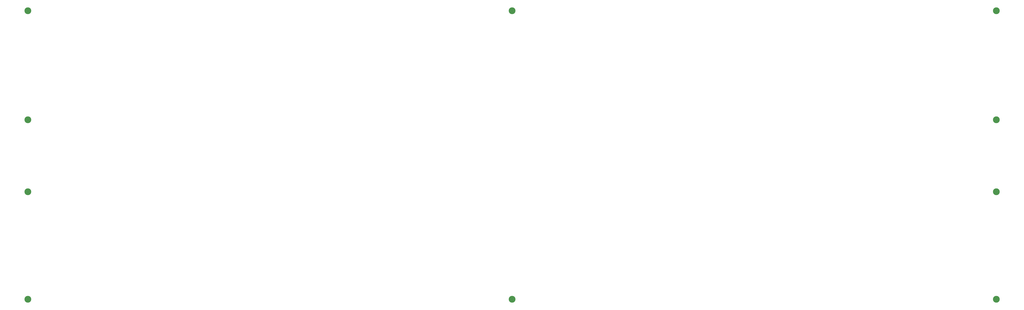
<source format=gbl>
G04 Layer: BottomLayer*
G04 EasyEDA v6.5.34, 2023-10-02 19:34:43*
G04 01cc4f0829a142ab81c1f63eef754985,5a6b42c53f6a479593ecc07194224c93,10*
G04 Gerber Generator version 0.2*
G04 Scale: 100 percent, Rotated: No, Reflected: No *
G04 Dimensions in millimeters *
G04 leading zeros omitted , absolute positions ,4 integer and 5 decimal *
%FSLAX45Y45*%
%MOMM*%

%ADD10C,3.0000*%

%LPD*%
D10*
G01*
X2794000Y279400D03*
G01*
X2794000Y13004774D03*
G01*
X45466000Y279400D03*
G01*
X45466000Y13004774D03*
G01*
X24129949Y13004774D03*
G01*
X24129949Y279400D03*
G01*
X45465898Y8191500D03*
G01*
X45465898Y5016500D03*
G01*
X2793898Y5016500D03*
G01*
X2793898Y8191500D03*
M02*

</source>
